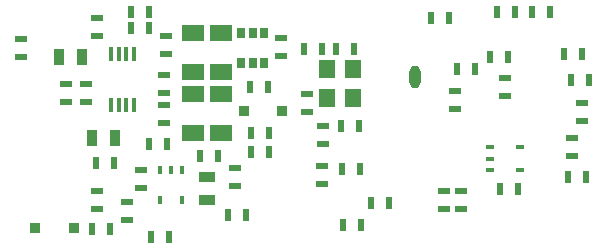
<source format=gbp>
G04 (created by PCBNEW-RS274X (2011-05-25)-stable) date Thu 25 Jun 2015 15:43:25 BST*
G01*
G70*
G90*
%MOIN*%
G04 Gerber Fmt 3.4, Leading zero omitted, Abs format*
%FSLAX34Y34*%
G04 APERTURE LIST*
%ADD10C,0.006000*%
%ADD11R,0.033000X0.037800*%
%ADD12R,0.017600X0.027600*%
%ADD13R,0.025200X0.037000*%
%ADD14R,0.027600X0.017600*%
%ADD15R,0.012600X0.047600*%
%ADD16R,0.022600X0.042600*%
%ADD17R,0.042600X0.022600*%
%ADD18R,0.052700X0.060600*%
%ADD19R,0.032600X0.052600*%
%ADD20O,0.037000X0.076300*%
%ADD21R,0.077600X0.057600*%
%ADD22R,0.052600X0.032600*%
G04 APERTURE END LIST*
G54D10*
G54D11*
X00621Y01800D03*
X-00671Y01800D03*
X07571Y05725D03*
X06279Y05725D03*
G54D12*
X03475Y03750D03*
X04225Y03750D03*
X03475Y02750D03*
X03850Y03750D03*
X04225Y02750D03*
G54D13*
X06950Y08300D03*
X06575Y08300D03*
X06200Y08300D03*
X06200Y07300D03*
X06575Y07300D03*
X06950Y07300D03*
G54D14*
X14475Y03750D03*
X14475Y04500D03*
X15475Y03750D03*
X14475Y04125D03*
X15475Y04500D03*
G54D15*
X02624Y05924D03*
X02368Y05924D03*
X02112Y05924D03*
X01856Y05924D03*
X01856Y07624D03*
X02112Y07624D03*
X02368Y07624D03*
X02624Y07624D03*
G54D16*
X13400Y07100D03*
X14000Y07100D03*
X09350Y07775D03*
X09950Y07775D03*
X09550Y03775D03*
X10150Y03775D03*
G54D17*
X08400Y06270D03*
X08400Y05670D03*
G54D18*
X09933Y06153D03*
X09067Y07097D03*
X09067Y06153D03*
X09933Y07097D03*
G54D19*
X00133Y07498D03*
X00883Y07498D03*
X01225Y04825D03*
X01975Y04825D03*
G54D16*
X10535Y02648D03*
X11135Y02648D03*
X07100Y06525D03*
X06500Y06525D03*
X06525Y04350D03*
X07125Y04350D03*
X14725Y09000D03*
X15325Y09000D03*
X14500Y07500D03*
X15100Y07500D03*
X04825Y04225D03*
X05425Y04225D03*
X03800Y01525D03*
X03200Y01525D03*
X06343Y02246D03*
X05743Y02246D03*
X03125Y09025D03*
X02525Y09025D03*
G54D17*
X01375Y08800D03*
X01375Y08200D03*
X14975Y06825D03*
X14975Y06225D03*
X02850Y03150D03*
X02850Y03750D03*
X03626Y05328D03*
X03626Y05928D03*
G54D16*
X06525Y04975D03*
X07125Y04975D03*
G54D17*
X07525Y07550D03*
X07525Y08150D03*
X13525Y02450D03*
X13525Y03050D03*
G54D16*
X15900Y09000D03*
X16500Y09000D03*
X08875Y07775D03*
X08275Y07775D03*
X10200Y01900D03*
X09600Y01900D03*
G54D17*
X13325Y06375D03*
X13325Y05775D03*
X03625Y06900D03*
X03625Y06300D03*
X03675Y08200D03*
X03675Y07600D03*
G54D16*
X15425Y03125D03*
X14825Y03125D03*
X03725Y04625D03*
X03125Y04625D03*
G54D17*
X05975Y03800D03*
X05975Y03200D03*
G54D16*
X01950Y03975D03*
X01350Y03975D03*
G54D17*
X01025Y06600D03*
X01025Y06000D03*
X08875Y03275D03*
X08875Y03875D03*
X02375Y02675D03*
X02375Y02075D03*
G54D16*
X10125Y05225D03*
X09525Y05225D03*
X17094Y03526D03*
X17694Y03526D03*
G54D17*
X17225Y04225D03*
X17225Y04825D03*
G54D16*
X17780Y06734D03*
X17180Y06734D03*
G54D17*
X17539Y05991D03*
X17539Y05391D03*
G54D20*
X11975Y06850D03*
G54D21*
X05525Y04975D03*
X05525Y06275D03*
G54D22*
X05050Y02750D03*
X05050Y03500D03*
G54D21*
X04575Y04975D03*
X04575Y06275D03*
X04575Y08325D03*
X04575Y07025D03*
G54D16*
X03125Y08475D03*
X02525Y08475D03*
G54D21*
X05525Y08325D03*
X05525Y07025D03*
G54D17*
X12950Y02450D03*
X12950Y03050D03*
G54D16*
X17564Y07600D03*
X16964Y07600D03*
G54D17*
X00350Y06600D03*
X00350Y06000D03*
G54D16*
X01225Y01775D03*
X01825Y01775D03*
G54D17*
X-01150Y08100D03*
X-01150Y07500D03*
X08925Y05225D03*
X08925Y04625D03*
G54D16*
X13125Y08825D03*
X12525Y08825D03*
G54D17*
X01400Y03050D03*
X01400Y02450D03*
M02*

</source>
